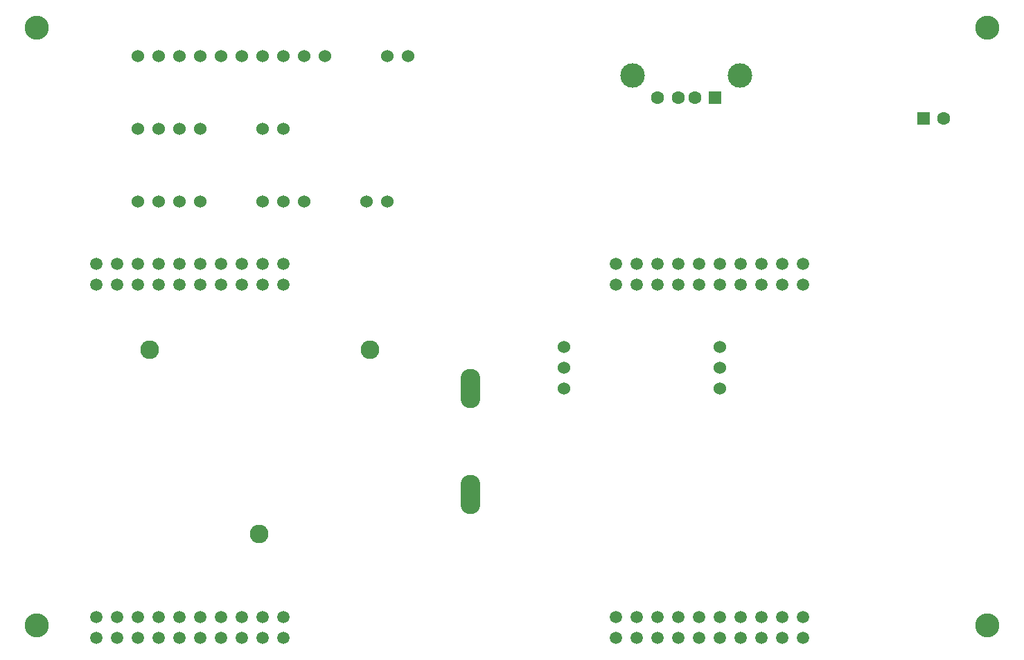
<source format=gbr>
%TF.GenerationSoftware,KiCad,Pcbnew,(5.1.7)-1*%
%TF.CreationDate,2020-11-30T14:39:19-06:00*%
%TF.ProjectId,2021_Rev1,32303231-5f52-4657-9631-2e6b69636164,rev?*%
%TF.SameCoordinates,Original*%
%TF.FileFunction,Soldermask,Bot*%
%TF.FilePolarity,Negative*%
%FSLAX46Y46*%
G04 Gerber Fmt 4.6, Leading zero omitted, Abs format (unit mm)*
G04 Created by KiCad (PCBNEW (5.1.7)-1) date 2020-11-30 14:39:19*
%MOMM*%
%LPD*%
G01*
G04 APERTURE LIST*
%ADD10C,2.946400*%
%ADD11C,1.520000*%
%ADD12C,2.286000*%
%ADD13O,2.410000X4.820000*%
%ADD14C,1.524000*%
%ADD15C,2.999999*%
%ADD16R,1.600000X1.600000*%
%ADD17C,1.600000*%
G04 APERTURE END LIST*
D10*
%TO.C,REF\u002A\u002A*%
X1016960120Y240990120D03*
%TD*%
%TO.C,REF\u002A\u002A*%
X1016960120Y167949880D03*
%TD*%
%TO.C,REF\u002A\u002A*%
X900739880Y167949880D03*
%TD*%
%TO.C,REF\u002A\u002A*%
X900739880Y240990120D03*
%TD*%
D11*
%TO.C,U1*%
X971550000Y212090000D03*
X994410000Y166370000D03*
X991870000Y166370000D03*
X984250000Y166370000D03*
X981710000Y209550000D03*
X986790000Y166370000D03*
X989330000Y166370000D03*
X986790000Y212090000D03*
X991870000Y209550000D03*
X981710000Y166370000D03*
X979170000Y166370000D03*
X991870000Y212090000D03*
X986790000Y209550000D03*
X984250000Y209550000D03*
X971550000Y209550000D03*
X974090000Y209550000D03*
X976630000Y209550000D03*
X979170000Y209550000D03*
X989330000Y209550000D03*
X994410000Y209550000D03*
X974090000Y212090000D03*
X976630000Y212090000D03*
X979170000Y212090000D03*
X981710000Y212090000D03*
X984250000Y212090000D03*
X989330000Y212090000D03*
X994410000Y212090000D03*
X971550000Y168910000D03*
X974090000Y168910000D03*
X976630000Y168910000D03*
X979170000Y168910000D03*
X981710000Y168910000D03*
X984250000Y168910000D03*
X986790000Y168910000D03*
X989330000Y168910000D03*
X991870000Y168910000D03*
X994410000Y168910000D03*
X971550000Y166370000D03*
X974090000Y166370000D03*
X976630000Y166370000D03*
X908050000Y209550000D03*
X910590000Y209550000D03*
X913130000Y209550000D03*
X915670000Y209550000D03*
X918210000Y209550000D03*
X920750000Y209550000D03*
X923290000Y209550000D03*
X925830000Y209550000D03*
X928370000Y209550000D03*
X930910000Y209550000D03*
X908050000Y212090000D03*
X910590000Y212090000D03*
X913130000Y212090000D03*
X915670000Y212090000D03*
X918210000Y212090000D03*
X920750000Y212090000D03*
X923290000Y212090000D03*
X925830000Y212090000D03*
X928370000Y212090000D03*
X930910000Y212090000D03*
X908050000Y168910000D03*
X910590000Y168910000D03*
X913130000Y168910000D03*
X915670000Y168910000D03*
X918210000Y168910000D03*
X920750000Y168910000D03*
X923290000Y168910000D03*
X925830000Y168910000D03*
X928370000Y168910000D03*
X930910000Y168910000D03*
X908050000Y166370000D03*
X910590000Y166370000D03*
X913130000Y166370000D03*
X915670000Y166370000D03*
X918210000Y166370000D03*
X920750000Y166370000D03*
X923290000Y166370000D03*
X925830000Y166370000D03*
X928370000Y166370000D03*
X930910000Y166370000D03*
%TD*%
D12*
%TO.C,BT1*%
X927989000Y179095400D03*
X914603200Y201599800D03*
X941476400Y201599800D03*
D13*
X953770000Y183896000D03*
X953770000Y196850000D03*
%TD*%
D14*
%TO.C,Conn2*%
X913130000Y219710000D03*
X915670000Y219710000D03*
X918210000Y219710000D03*
X920750000Y219710000D03*
X920750000Y219710000D03*
%TD*%
%TO.C,Conn3*%
X920750000Y228600000D03*
X920750000Y228600000D03*
X918210000Y228600000D03*
X915670000Y228600000D03*
X913130000Y228600000D03*
%TD*%
%TO.C,Conn4*%
X930910000Y228600000D03*
X928370000Y228600000D03*
%TD*%
%TO.C,Conn5*%
X941070000Y219710000D03*
X943610000Y219710000D03*
%TD*%
%TO.C,Conn6*%
X913130000Y237490000D03*
X915670000Y237490000D03*
X918210000Y237490000D03*
X920750000Y237490000D03*
X923290000Y237490000D03*
X925830000Y237490000D03*
X928370000Y237490000D03*
X930910000Y237490000D03*
X933450000Y237490000D03*
X935990000Y237490000D03*
%TD*%
%TO.C,Conn7*%
X943610000Y237490000D03*
X946150000Y237490000D03*
%TD*%
%TO.C,Conn8*%
X928370000Y219710000D03*
X930910000Y219710000D03*
X933450000Y219710000D03*
%TD*%
D15*
%TO.C,J1*%
X973600000Y235120000D03*
X986740000Y235120000D03*
D16*
X983670000Y232410000D03*
D17*
X981170000Y232410000D03*
X979170000Y232410000D03*
X976670000Y232410000D03*
%TD*%
D14*
%TO.C,U2*%
X965200000Y201930000D03*
X965200000Y199390000D03*
X965200000Y196850000D03*
%TD*%
%TO.C,U3*%
X984250000Y196850000D03*
X984250000Y199390000D03*
X984250000Y201930000D03*
%TD*%
D16*
%TO.C,4.7uF1*%
X1009142000Y229870000D03*
D17*
X1011642000Y229870000D03*
%TD*%
M02*

</source>
